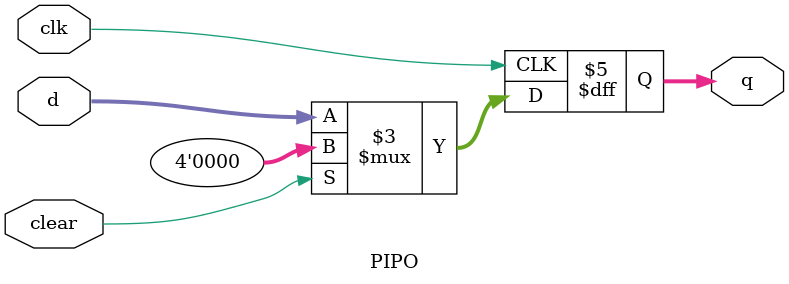
<source format=v>
`timescale 1ns / 1ps


module PIPO(clk,clear,d,q);

input clk,clear;

output reg [3:0]  q;
input [3:0] d;


always @(posedge clk )
begin
if (clear)

q=  4'b0000;


else


q=d;
end


endmodule
</source>
